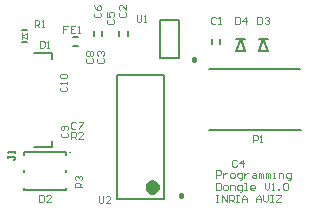
<source format=gto>
%FSTAX23Y23*%
%MOMM*%
%SFA1B1*%

%IPPOS*%
%ADD23C,0.200000*%
%ADD29C,0.250000*%
%ADD30C,0.599999*%
%ADD31C,0.125000*%
%ADD32C,0.150000*%
%LNprogramming_dongle_pcb-1*%
%LPD*%
G54D23*
X31325Y29974D02*
D01*
X31325Y29975*
Y29975*
Y29975*
X31325Y29975*
X31325Y29975*
X31325Y29975*
X31325Y29975*
X31325Y29975*
X31325Y29975*
X31325Y29975*
X31325Y29975*
X31325Y29975*
X31325Y29975*
X31325Y29975*
X31325Y29975*
X31325Y29975*
X31325Y29975*
X31325Y29975*
X31325Y29975*
X31325*
X31325Y29975*
X31325*
X31324*
X31324*
X31324Y29975*
X31324*
X31324Y29975*
X31324Y29975*
X31324Y29975*
X31324Y29975*
X31324Y29975*
X31324Y29975*
X31324Y29975*
X31324Y29975*
X31324Y29975*
X31324Y29975*
X31324Y29975*
X31324Y29975*
X31324Y29975*
X31324Y29975*
X31324Y29975*
Y29975*
X31323Y29975*
Y29975*
Y29974*
Y29974*
Y29974*
X31324Y29974*
Y29974*
X31324Y29974*
X31324Y29974*
X31324Y29974*
X31324Y29974*
X31324Y29974*
X31324Y29974*
X31324Y29974*
X31324Y29974*
X31324Y29974*
X31324Y29974*
X31324Y29974*
X31324Y29974*
X31324Y29974*
X31324Y29974*
X31324Y29974*
X31324*
X31324Y29973*
X31324*
X31325*
X31325*
X31325Y29974*
X31325*
X31325Y29974*
X31325Y29974*
X31325Y29974*
X31325Y29974*
X31325Y29974*
X31325Y29974*
X31325Y29974*
X31325Y29974*
X31325Y29974*
X31325Y29974*
X31325Y29974*
X31325Y29974*
X31325Y29974*
X31325Y29974*
X31325Y29974*
X31325Y29974*
Y29974*
Y29974*
X31325Y29974*
X43099Y31824D02*
X50899D01*
X43099Y37024D02*
X50799D01*
X45399Y39574D02*
X46199D01*
X45399Y38574D02*
X46199D01*
X45399D02*
X45799Y39574D01*
X46199Y38574*
X47324Y39574D02*
X48124D01*
X47324Y38574D02*
X48124D01*
X47324D02*
X47724Y39574D01*
X48124Y38574*
X40549Y37974D02*
Y41174D01*
X38999Y37974D02*
Y41174D01*
Y37974D02*
X40549D01*
X38999Y41174D02*
X40549D01*
X35524Y39799D02*
Y40199D01*
X36224Y39799D02*
Y40199D01*
X43349Y39174D02*
Y39574D01*
X44049Y39174D02*
Y39574D01*
X28324Y30399D02*
X29824D01*
Y30899*
X28324Y38399D02*
X29824D01*
Y37899D02*
Y38399D01*
X31599Y38999D02*
X31999D01*
X31599Y39699D02*
X31999D01*
X27424Y29774D02*
Y29974D01*
X31024*
Y29774D02*
Y29974D01*
Y26774D02*
Y26974D01*
X27424Y26774D02*
X31024D01*
X27424D02*
Y26974D01*
X31024Y28274D02*
Y28474D01*
X27424Y28274D02*
Y28474D01*
X39299Y26024D02*
Y36524D01*
X35299Y26024D02*
Y36524D01*
Y26024D02*
X39299D01*
X35299Y36524D02*
X39299D01*
X33349Y39799D02*
Y40199D01*
X34049Y39799D02*
Y40199D01*
X27274Y39324D02*
X27674D01*
X27274Y40324D02*
X27674D01*
G54D29*
X41974Y37824D02*
D01*
X41974Y37833*
X41973Y37842*
X41972Y3785*
X4197Y37859*
X41967Y37867*
X41964Y37875*
X4196Y37883*
X41955Y37891*
X41951Y37898*
X41945Y37905*
X41939Y37911*
X41933Y37917*
X41926Y37923*
X41919Y37928*
X41912Y37933*
X41904Y37937*
X41896Y3794*
X41888Y37943*
X4188Y37946*
X41871Y37948*
X41863Y37949*
X41854Y37949*
X41845*
X41836Y37949*
X41828Y37948*
X41819Y37946*
X41811Y37943*
X41803Y3794*
X41795Y37937*
X41787Y37933*
X4178Y37928*
X41773Y37923*
X41766Y37917*
X4176Y37911*
X41754Y37905*
X41748Y37898*
X41743Y37891*
X41739Y37883*
X41735Y37875*
X41732Y37867*
X41729Y37859*
X41727Y3785*
X41726Y37842*
X41725Y37833*
X41724Y37824*
X41725Y37816*
X41726Y37807*
X41727Y37799*
X41729Y3779*
X41732Y37782*
X41735Y37774*
X41739Y37766*
X41743Y37758*
X41748Y37751*
X41754Y37744*
X4176Y37738*
X41766Y37732*
X41773Y37726*
X4178Y37721*
X41787Y37716*
X41795Y37712*
X41803Y37709*
X41811Y37706*
X41819Y37703*
X41828Y37701*
X41836Y377*
X41845Y377*
X41854*
X41863Y377*
X41871Y37701*
X4188Y37703*
X41888Y37706*
X41896Y37709*
X41904Y37712*
X41912Y37716*
X41919Y37721*
X41926Y37726*
X41933Y37732*
X41939Y37738*
X41945Y37744*
X41951Y37751*
X41955Y37758*
X4196Y37766*
X41964Y37774*
X41967Y37782*
X4197Y3779*
X41972Y37799*
X41973Y37807*
X41974Y37816*
X41974Y37824*
X40874Y26324D02*
D01*
X40874Y26333*
X40873Y26342*
X40872Y2635*
X4087Y26359*
X40867Y26367*
X40864Y26375*
X4086Y26383*
X40856Y26391*
X40851Y26398*
X40845Y26405*
X40839Y26411*
X40833Y26417*
X40826Y26423*
X40819Y26428*
X40812Y26433*
X40804Y26437*
X40796Y2644*
X40788Y26443*
X4078Y26446*
X40771Y26448*
X40763Y26449*
X40754Y26449*
X40745*
X40736Y26449*
X40728Y26448*
X40719Y26446*
X40711Y26443*
X40703Y2644*
X40695Y26437*
X40687Y26433*
X4068Y26428*
X40673Y26423*
X40666Y26417*
X4066Y26411*
X40654Y26405*
X40648Y26398*
X40643Y26391*
X40639Y26383*
X40635Y26375*
X40632Y26367*
X40629Y26359*
X40627Y2635*
X40626Y26342*
X40625Y26333*
X40624Y26324*
X40625Y26316*
X40626Y26307*
X40627Y26299*
X40629Y2629*
X40632Y26282*
X40635Y26274*
X40639Y26266*
X40643Y26258*
X40648Y26251*
X40654Y26244*
X4066Y26238*
X40666Y26232*
X40673Y26226*
X4068Y26221*
X40687Y26216*
X40695Y26212*
X40703Y26209*
X40711Y26206*
X40719Y26203*
X40728Y26201*
X40736Y262*
X40745Y262*
X40754*
X40763Y262*
X40771Y26201*
X4078Y26203*
X40788Y26206*
X40796Y26209*
X40804Y26212*
X40812Y26216*
X40819Y26221*
X40826Y26226*
X40833Y26232*
X40839Y26238*
X40845Y26244*
X40851Y26251*
X40856Y26258*
X4086Y26266*
X40864Y26274*
X40867Y26282*
X4087Y2629*
X40872Y26299*
X40873Y26307*
X40874Y26316*
X40874Y26324*
G54D30*
X38599Y27024D02*
D01*
X38599Y27045*
X38597Y27066*
X38593Y27087*
X38588Y27107*
X38581Y27127*
X38574Y27147*
X38564Y27165*
X38554Y27183*
X38542Y27201*
X38529Y27217*
X38515Y27233*
X385Y27247*
X38484Y27261*
X38467Y27273*
X38449Y27284*
X38431Y27294*
X38412Y27303*
X38392Y2731*
X38372Y27316*
X38352Y2732*
X38331Y27323*
X3831Y27324*
X38289*
X38268Y27323*
X38247Y2732*
X38227Y27316*
X38207Y2731*
X38187Y27303*
X38168Y27294*
X38149Y27284*
X38132Y27273*
X38115Y27261*
X38099Y27247*
X38084Y27233*
X3807Y27217*
X38057Y27201*
X38045Y27183*
X38035Y27165*
X38025Y27147*
X38018Y27127*
X38011Y27107*
X38006Y27087*
X38002Y27066*
X38Y27045*
X37999Y27024*
X38Y27004*
X38002Y26983*
X38006Y26962*
X38011Y26942*
X38018Y26922*
X38025Y26902*
X38035Y26884*
X38045Y26866*
X38057Y26848*
X3807Y26832*
X38084Y26816*
X38099Y26802*
X38115Y26788*
X38132Y26776*
X38149Y26765*
X38168Y26755*
X38187Y26746*
X38207Y26739*
X38227Y26733*
X38247Y26729*
X38268Y26726*
X38289Y26725*
X3831*
X38331Y26726*
X38352Y26729*
X38372Y26733*
X38392Y26739*
X38412Y26746*
X38431Y26755*
X38449Y26765*
X38467Y26776*
X38484Y26788*
X385Y26802*
X38515Y26816*
X38529Y26832*
X38542Y26848*
X38554Y26866*
X38564Y26884*
X38574Y26902*
X38581Y26922*
X38588Y26942*
X38593Y26962*
X38597Y26983*
X38599Y27004*
X38599Y27024*
G54D31*
X27274Y39824D02*
X27674Y40074D01*
Y39574D02*
Y40074D01*
X27274Y39824D02*
X27674Y39574D01*
X27274D02*
Y40074D01*
X46849Y30799D02*
Y31399D01*
X47149*
X47249Y31299*
Y31099*
X47149Y30999*
X46849*
X47449Y30799D02*
X47649D01*
X47549*
Y31399*
X47449Y31299*
X45349Y41399D02*
Y40799D01*
X45649*
X45749Y40899*
Y41299*
X45649Y41399*
X45349*
X46249Y40799D02*
Y41399D01*
X45949Y41099*
X46349*
X47224Y41424D02*
Y40824D01*
X47524*
X47624Y40924*
Y41324*
X47524Y41424*
X47224*
X47824Y41324D02*
X47924Y41424D01*
X48124*
X48224Y41324*
Y41224*
X48124Y41124*
X48024*
X48124*
X48224Y41024*
Y40924*
X48124Y40824*
X47924*
X47824Y40924*
X36999Y41599D02*
Y41099D01*
X37099Y40999*
X37299*
X37399Y41099*
Y41599*
X37599Y40999D02*
X37799D01*
X37699*
Y41599*
X37599Y41499*
X30675Y31624D02*
X30575Y31524D01*
Y31324*
X30675Y31224*
X31074*
X31174Y31324*
Y31524*
X31074Y31624*
Y31824D02*
X31174Y31924D01*
Y32124*
X31074Y32224*
X30675*
X30575Y32124*
Y31924*
X30675Y31824*
X30775*
X30875Y31924*
Y32224*
X45474Y29249D02*
X45374Y29349D01*
X45174*
X45074Y29249*
Y28849*
X45174Y28749*
X45374*
X45474Y28849*
X45974Y28749D02*
Y29349D01*
X45674Y29049*
X46074*
X3375Y37949D02*
X3365Y37849D01*
Y37649*
X3375Y37549*
X34149*
X34249Y37649*
Y37849*
X34149Y37949*
X3375Y38149D02*
X3365Y38249D01*
Y38449*
X3375Y38549*
X3385*
X3395Y38449*
Y38349*
Y38449*
X3405Y38549*
X34149*
X34249Y38449*
Y38249*
X34149Y38149*
X33774Y26249D02*
Y25749D01*
X33874Y25649*
X34074*
X34174Y25749*
Y26249*
X34774Y25649D02*
X34374D01*
X34774Y26049*
Y26149*
X34674Y26249*
X34474*
X34374Y26149*
X32374Y26999D02*
X31775D01*
Y27299*
X31875Y27399*
X32075*
X32175Y27299*
Y26999*
Y27199D02*
X32374Y27399D01*
X31875Y27599D02*
X31775Y27699D01*
Y27899*
X31875Y27999*
X31975*
X32075Y27899*
Y27799*
Y27899*
X32175Y27999*
X32274*
X32374Y27899*
Y27699*
X32274Y27599*
X31449Y31074D02*
Y31674D01*
X31749*
X31849Y31574*
Y31374*
X31749Y31274*
X31449*
X31649D02*
X31849Y31074D01*
X32449D02*
X32049D01*
X32449Y31474*
Y31574*
X32349Y31674*
X32149*
X32049Y31574*
X28349Y40574D02*
Y41174D01*
X28649*
X28749Y41074*
Y40874*
X28649Y40774*
X28349*
X28549D02*
X28749Y40574D01*
X28949D02*
X29149D01*
X29049*
Y41174*
X28949Y41074*
X31199Y40674D02*
X30799D01*
Y40374*
X30999*
X30799*
Y40074*
X31799Y40674D02*
X31399D01*
Y40074*
X31799*
X31399Y40374D02*
X31599D01*
X31999Y40074D02*
X32199D01*
X32099*
Y40674*
X31999Y40574*
X28749Y26349D02*
Y25749D01*
X29049*
X29149Y25849*
Y26249*
X29049Y26349*
X28749*
X29749Y25749D02*
X29349D01*
X29749Y26149*
Y26249*
X29649Y26349*
X29449*
X29349Y26249*
X306Y35524D02*
X305Y35424D01*
Y35224*
X306Y35124*
X30999*
X31099Y35224*
Y35424*
X30999Y35524*
X31099Y35724D02*
Y35924D01*
Y35824*
X305*
X306Y35724*
Y36224D02*
X305Y36324D01*
Y36524*
X306Y36624*
X30999*
X31099Y36524*
Y36324*
X30999Y36224*
X306*
X32825Y37924D02*
X32725Y37824D01*
Y37624*
X32825Y37524*
X33224*
X33324Y37624*
Y37824*
X33224Y37924*
X32825Y38124D02*
X32725Y38224D01*
Y38424*
X32825Y38524*
X32925*
X33025Y38424*
X33125Y38524*
X33224*
X33324Y38424*
Y38224*
X33224Y38124*
X33125*
X33025Y38224*
X32925Y38124*
X32825*
X33025Y38224D02*
Y38424D01*
X33475Y41799D02*
X33375Y41699D01*
Y41499*
X33475Y41399*
X33874*
X33974Y41499*
Y41699*
X33874Y41799*
X33375Y42399D02*
X33475Y42199D01*
X33675Y41999*
X33874*
X33974Y42099*
Y42299*
X33874Y42399*
X33775*
X33675Y42299*
Y41999*
X34575Y41224D02*
X34475Y41124D01*
Y40924*
X34575Y40824*
X34974*
X35074Y40924*
Y41124*
X34974Y41224*
X34475Y41824D02*
Y41424D01*
X34775*
X34675Y41624*
Y41724*
X34775Y41824*
X34974*
X35074Y41724*
Y41524*
X34974Y41424*
X35625Y41824D02*
X35525Y41724D01*
Y41524*
X35625Y41424*
X36024*
X36124Y41524*
Y41724*
X36024Y41824*
X36124Y42424D02*
Y42024D01*
X35725Y42424*
X35625*
X35525Y42324*
Y42124*
X35625Y42024*
X43724Y41349D02*
X43624Y41449D01*
X43424*
X43324Y41349*
Y40949*
X43424Y40849*
X43624*
X43724Y40949*
X43924Y40849D02*
X44124D01*
X44024*
Y41449*
X43924Y41349*
X31874Y32449D02*
X31774Y32549D01*
X31574*
X31474Y32449*
Y32049*
X31574Y31949*
X31774*
X31874Y32049*
X32074Y32549D02*
X32474D01*
Y32449*
X32074Y32049*
Y31949*
X28799Y39424D02*
Y38824D01*
X29099*
X29199Y38924*
Y39324*
X29099Y39424*
X28799*
X29399Y38824D02*
X29599D01*
X29499*
Y39424*
X29399Y39324*
X43724Y26324D02*
X43924D01*
X43824*
Y25724*
X43724*
X43924*
X44224D02*
Y26324D01*
X44624Y25724*
Y26324*
X44824Y25724D02*
Y26324D01*
X45124*
X45224Y26224*
Y26024*
X45124Y25924*
X44824*
X45024D02*
X45224Y25724D01*
X45424Y26324D02*
X45624D01*
X45524*
Y25724*
X45424*
X45624*
X45924D02*
Y26124D01*
X46124Y26324*
X46324Y26124*
Y25724*
Y26024*
X45924*
X47123Y25724D02*
Y26124D01*
X47323Y26324*
X47523Y26124*
Y25724*
Y26024*
X47123*
X47723Y26324D02*
Y25924D01*
X47923Y25724*
X48123Y25924*
Y26324*
X48323D02*
X48523D01*
X48423*
Y25724*
X48323*
X48523*
X48823Y26324D02*
X49223D01*
Y26224*
X48823Y25824*
Y25724*
X49223*
X43724Y27374D02*
Y26774D01*
X44024*
X44124Y26874*
Y27274*
X44024Y27374*
X43724*
X44424Y26774D02*
X44624D01*
X44724Y26874*
Y27074*
X44624Y27174*
X44424*
X44324Y27074*
Y26874*
X44424Y26774*
X44924D02*
Y27174D01*
X45224*
X45324Y27074*
Y26774*
X45724Y26575D02*
X45824D01*
X45924Y26674*
Y27174*
X45624*
X45524Y27074*
Y26874*
X45624Y26774*
X45924*
X46124D02*
X46324D01*
X46224*
Y27374*
X46124*
X46923Y26774D02*
X46723D01*
X46624Y26874*
Y27074*
X46723Y27174*
X46923*
X47023Y27074*
Y26974*
X46624*
X47823Y27374D02*
Y26974D01*
X48023Y26774*
X48223Y26974*
Y27374*
X48423Y26774D02*
X48623D01*
X48523*
Y27374*
X48423Y27274*
X48923Y26774D02*
Y26874D01*
X49023*
Y26774*
X48923*
X49423Y27274D02*
X49523Y27374D01*
X49722*
X49822Y27274*
Y26874*
X49722Y26774*
X49523*
X49423Y26874*
Y27274*
X43724Y27824D02*
Y28424D01*
X44024*
X44124Y28324*
Y28124*
X44024Y28024*
X43724*
X44324Y28224D02*
Y27824D01*
Y28024*
X44424Y28124*
X44524Y28224*
X44624*
X45024Y27824D02*
X45224D01*
X45324Y27924*
Y28124*
X45224Y28224*
X45024*
X44924Y28124*
Y27924*
X45024Y27824*
X45724Y27625D02*
X45824D01*
X45924Y27724*
Y28224*
X45624*
X45524Y28124*
Y27924*
X45624Y27824*
X45924*
X46124Y28224D02*
Y27824D01*
Y28024*
X46224Y28124*
X46324Y28224*
X46424*
X46823D02*
X47023D01*
X47123Y28124*
Y27824*
X46823*
X46723Y27924*
X46823Y28024*
X47123*
X47323Y27824D02*
Y28224D01*
X47423*
X47523Y28124*
Y27824*
Y28124*
X47623Y28224*
X47723Y28124*
Y27824*
X47923D02*
Y28224D01*
X48023*
X48123Y28124*
Y27824*
Y28124*
X48223Y28224*
X48323Y28124*
Y27824*
X48523D02*
X48723D01*
X48623*
Y28224*
X48523*
X49023Y27824D02*
Y28224D01*
X49323*
X49423Y28124*
Y27824*
X49822Y27625D02*
X49922D01*
X50022Y27724*
Y28224*
X49723*
X49623Y28124*
Y27924*
X49723Y27824*
X50022*
G54D32*
X26125Y29674D02*
Y29474D01*
Y29574*
X26624*
X26724Y29474*
Y29374*
X26624Y29274*
X26724Y29874D02*
Y30074D01*
Y29974*
X26125*
X26225Y29874*
M02*
</source>
